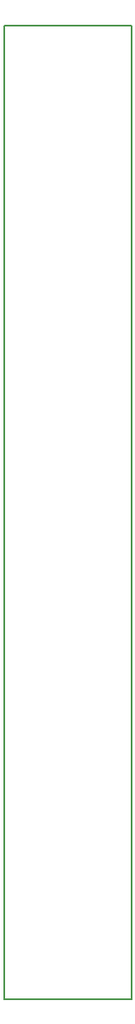
<source format=gbr>
G04 #@! TF.GenerationSoftware,KiCad,Pcbnew,(5.1.0)-1*
G04 #@! TF.CreationDate,2019-06-24T18:37:41+02:00*
G04 #@! TF.ProjectId,DiodeAdapter,44696f64-6541-4646-9170-7465722e6b69,2*
G04 #@! TF.SameCoordinates,Original*
G04 #@! TF.FileFunction,Profile,NP*
%FSLAX46Y46*%
G04 Gerber Fmt 4.6, Leading zero omitted, Abs format (unit mm)*
G04 Created by KiCad (PCBNEW (5.1.0)-1) date 2019-06-24 18:37:41*
%MOMM*%
%LPD*%
G04 APERTURE LIST*
%ADD10C,0.150000*%
G04 APERTURE END LIST*
D10*
X100000000Y-146520000D02*
X100000000Y-50000000D01*
X112700000Y-146520000D02*
X100000000Y-146520000D01*
X112700000Y-50000000D02*
X112700000Y-146520000D01*
X100000000Y-50000000D02*
X112700000Y-50000000D01*
M02*

</source>
